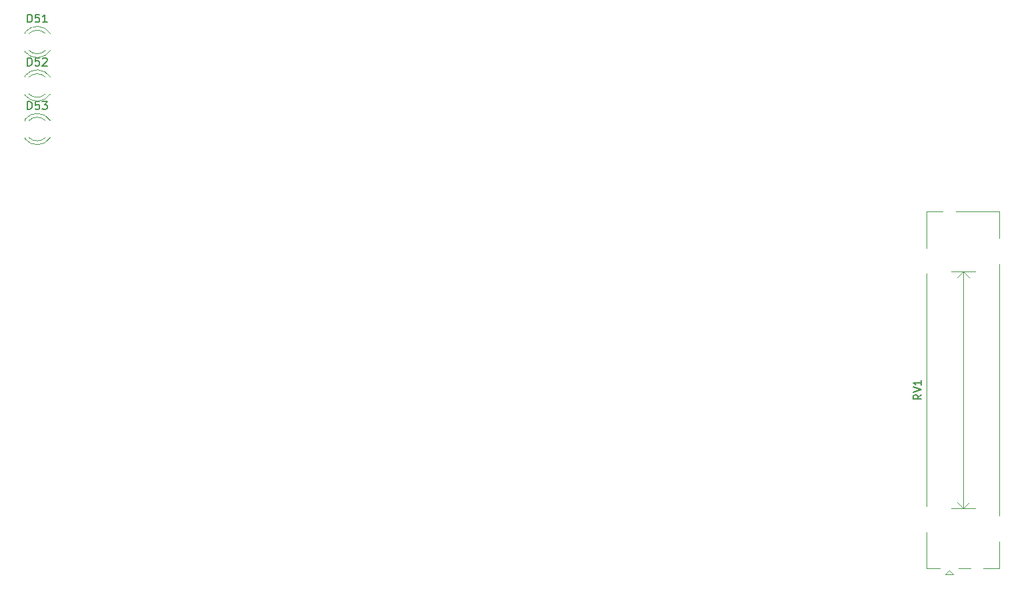
<source format=gto>
G04 #@! TF.GenerationSoftware,KiCad,Pcbnew,(5.1.4-0)*
G04 #@! TF.CreationDate,2021-03-11T23:16:50-05:00*
G04 #@! TF.ProjectId,V4N4G0RTH0N,56344e34-4730-4525-9448-304e2e6b6963,rev?*
G04 #@! TF.SameCoordinates,Original*
G04 #@! TF.FileFunction,Legend,Top*
G04 #@! TF.FilePolarity,Positive*
%FSLAX46Y46*%
G04 Gerber Fmt 4.6, Leading zero omitted, Abs format (unit mm)*
G04 Created by KiCad (PCBNEW (5.1.4-0)) date 2021-03-11 23:16:50*
%MOMM*%
%LPD*%
G04 APERTURE LIST*
%ADD10C,0.120000*%
%ADD11C,0.150000*%
%ADD12C,1.852000*%
%ADD13C,4.089800*%
%ADD14C,2.802000*%
%ADD15R,1.852000X1.852000*%
%ADD16C,3.150000*%
%ADD17C,0.752000*%
%ADD18O,1.102000X2.202000*%
%ADD19O,1.102000X1.702000*%
%ADD20C,1.902000*%
%ADD21R,1.902000X1.902000*%
G04 APERTURE END LIST*
D10*
X145256250Y-60881250D02*
X146006250Y-61631250D01*
X144506250Y-61631250D02*
X145256250Y-60881250D01*
X143756250Y-60881250D02*
X146756250Y-60881250D01*
X145256250Y-90881250D02*
X146006250Y-90131250D01*
X144506250Y-90131250D02*
X145256250Y-90881250D01*
X143756250Y-90881250D02*
X146756250Y-90881250D01*
X145256250Y-90881250D02*
X145256250Y-60881250D01*
X144006250Y-99306250D02*
X143506250Y-98806250D01*
X143006250Y-99306250D02*
X144006250Y-99306250D01*
X143506250Y-98806250D02*
X143006250Y-99306250D01*
X144329250Y-53261250D02*
X149876250Y-53261250D01*
X140636250Y-53261250D02*
X142683250Y-53261250D01*
X147829250Y-98501250D02*
X149876250Y-98501250D01*
X144681250Y-98501250D02*
X146184250Y-98501250D01*
X140636250Y-98501250D02*
X142331250Y-98501250D01*
X149876250Y-56645250D02*
X149876250Y-53261250D01*
X149876250Y-91845250D02*
X149876250Y-59916250D01*
X149876250Y-98501250D02*
X149876250Y-95116250D01*
X140636250Y-57845250D02*
X140636250Y-53261250D01*
X140636250Y-90645250D02*
X140636250Y-61116250D01*
X140636250Y-98501250D02*
X140636250Y-93916250D01*
X26253000Y-43847000D02*
X26253000Y-44003000D01*
X26253000Y-41531000D02*
X26253000Y-41687000D01*
X28854130Y-43846837D02*
G75*
G02X26772039Y-43847000I-1041130J1079837D01*
G01*
X28854130Y-41687163D02*
G75*
G03X26772039Y-41687000I-1041130J-1079837D01*
G01*
X29485335Y-43845608D02*
G75*
G02X26253000Y-44002516I-1672335J1078608D01*
G01*
X29485335Y-41688392D02*
G75*
G03X26253000Y-41531484I-1672335J-1078608D01*
G01*
X26253000Y-38322000D02*
X26253000Y-38478000D01*
X26253000Y-36006000D02*
X26253000Y-36162000D01*
X28854130Y-38321837D02*
G75*
G02X26772039Y-38322000I-1041130J1079837D01*
G01*
X28854130Y-36162163D02*
G75*
G03X26772039Y-36162000I-1041130J-1079837D01*
G01*
X29485335Y-38320608D02*
G75*
G02X26253000Y-38477516I-1672335J1078608D01*
G01*
X29485335Y-36163392D02*
G75*
G03X26253000Y-36006484I-1672335J-1078608D01*
G01*
X26253000Y-32797000D02*
X26253000Y-32953000D01*
X26253000Y-30481000D02*
X26253000Y-30637000D01*
X28854130Y-32796837D02*
G75*
G02X26772039Y-32797000I-1041130J1079837D01*
G01*
X28854130Y-30637163D02*
G75*
G03X26772039Y-30637000I-1041130J-1079837D01*
G01*
X29485335Y-32795608D02*
G75*
G02X26253000Y-32952516I-1672335J1078608D01*
G01*
X29485335Y-30638392D02*
G75*
G03X26253000Y-30481484I-1672335J-1078608D01*
G01*
D11*
X139958630Y-76476488D02*
X139482440Y-76809821D01*
X139958630Y-77047916D02*
X138958630Y-77047916D01*
X138958630Y-76666964D01*
X139006250Y-76571726D01*
X139053869Y-76524107D01*
X139149107Y-76476488D01*
X139291964Y-76476488D01*
X139387202Y-76524107D01*
X139434821Y-76571726D01*
X139482440Y-76666964D01*
X139482440Y-77047916D01*
X138958630Y-76190773D02*
X139958630Y-75857440D01*
X138958630Y-75524107D01*
X139958630Y-74666964D02*
X139958630Y-75238392D01*
X139958630Y-74952678D02*
X138958630Y-74952678D01*
X139101488Y-75047916D01*
X139196726Y-75143154D01*
X139244345Y-75238392D01*
X26598714Y-40259380D02*
X26598714Y-39259380D01*
X26836809Y-39259380D01*
X26979666Y-39307000D01*
X27074904Y-39402238D01*
X27122523Y-39497476D01*
X27170142Y-39687952D01*
X27170142Y-39830809D01*
X27122523Y-40021285D01*
X27074904Y-40116523D01*
X26979666Y-40211761D01*
X26836809Y-40259380D01*
X26598714Y-40259380D01*
X28074904Y-39259380D02*
X27598714Y-39259380D01*
X27551095Y-39735571D01*
X27598714Y-39687952D01*
X27693952Y-39640333D01*
X27932047Y-39640333D01*
X28027285Y-39687952D01*
X28074904Y-39735571D01*
X28122523Y-39830809D01*
X28122523Y-40068904D01*
X28074904Y-40164142D01*
X28027285Y-40211761D01*
X27932047Y-40259380D01*
X27693952Y-40259380D01*
X27598714Y-40211761D01*
X27551095Y-40164142D01*
X28455857Y-39259380D02*
X29074904Y-39259380D01*
X28741571Y-39640333D01*
X28884428Y-39640333D01*
X28979666Y-39687952D01*
X29027285Y-39735571D01*
X29074904Y-39830809D01*
X29074904Y-40068904D01*
X29027285Y-40164142D01*
X28979666Y-40211761D01*
X28884428Y-40259380D01*
X28598714Y-40259380D01*
X28503476Y-40211761D01*
X28455857Y-40164142D01*
X26598714Y-34734380D02*
X26598714Y-33734380D01*
X26836809Y-33734380D01*
X26979666Y-33782000D01*
X27074904Y-33877238D01*
X27122523Y-33972476D01*
X27170142Y-34162952D01*
X27170142Y-34305809D01*
X27122523Y-34496285D01*
X27074904Y-34591523D01*
X26979666Y-34686761D01*
X26836809Y-34734380D01*
X26598714Y-34734380D01*
X28074904Y-33734380D02*
X27598714Y-33734380D01*
X27551095Y-34210571D01*
X27598714Y-34162952D01*
X27693952Y-34115333D01*
X27932047Y-34115333D01*
X28027285Y-34162952D01*
X28074904Y-34210571D01*
X28122523Y-34305809D01*
X28122523Y-34543904D01*
X28074904Y-34639142D01*
X28027285Y-34686761D01*
X27932047Y-34734380D01*
X27693952Y-34734380D01*
X27598714Y-34686761D01*
X27551095Y-34639142D01*
X28503476Y-33829619D02*
X28551095Y-33782000D01*
X28646333Y-33734380D01*
X28884428Y-33734380D01*
X28979666Y-33782000D01*
X29027285Y-33829619D01*
X29074904Y-33924857D01*
X29074904Y-34020095D01*
X29027285Y-34162952D01*
X28455857Y-34734380D01*
X29074904Y-34734380D01*
X26598714Y-29209380D02*
X26598714Y-28209380D01*
X26836809Y-28209380D01*
X26979666Y-28257000D01*
X27074904Y-28352238D01*
X27122523Y-28447476D01*
X27170142Y-28637952D01*
X27170142Y-28780809D01*
X27122523Y-28971285D01*
X27074904Y-29066523D01*
X26979666Y-29161761D01*
X26836809Y-29209380D01*
X26598714Y-29209380D01*
X28074904Y-28209380D02*
X27598714Y-28209380D01*
X27551095Y-28685571D01*
X27598714Y-28637952D01*
X27693952Y-28590333D01*
X27932047Y-28590333D01*
X28027285Y-28637952D01*
X28074904Y-28685571D01*
X28122523Y-28780809D01*
X28122523Y-29018904D01*
X28074904Y-29114142D01*
X28027285Y-29161761D01*
X27932047Y-29209380D01*
X27693952Y-29209380D01*
X27598714Y-29161761D01*
X27551095Y-29114142D01*
X29074904Y-29209380D02*
X28503476Y-29209380D01*
X28789190Y-29209380D02*
X28789190Y-28209380D01*
X28693952Y-28352238D01*
X28598714Y-28447476D01*
X28503476Y-28495095D01*
%LPC*%
D12*
X47942500Y-38100000D03*
X37782500Y-38100000D03*
D13*
X42862500Y-38100000D03*
D12*
X66992500Y-38100000D03*
X56832500Y-38100000D03*
D13*
X61912500Y-38100000D03*
D12*
X86042500Y-38100000D03*
X75882500Y-38100000D03*
D13*
X80962500Y-38100000D03*
D12*
X105092500Y-38100000D03*
X94932500Y-38100000D03*
D13*
X100012500Y-38100000D03*
D12*
X124142500Y-38100000D03*
X113982500Y-38100000D03*
D13*
X119062500Y-38100000D03*
D12*
X38417500Y-57150000D03*
X28257500Y-57150000D03*
D13*
X33337500Y-57150000D03*
D12*
X57467500Y-57150000D03*
X47307500Y-57150000D03*
D13*
X52387500Y-57150000D03*
D12*
X76517500Y-57150000D03*
X66357500Y-57150000D03*
D13*
X71437500Y-57150000D03*
D12*
X95567500Y-57150000D03*
X85407500Y-57150000D03*
D13*
X90487500Y-57150000D03*
D12*
X114617500Y-57150000D03*
X104457500Y-57150000D03*
D13*
X109537500Y-57150000D03*
D12*
X133667500Y-57150000D03*
X123507500Y-57150000D03*
D13*
X128587500Y-57150000D03*
D12*
X167005000Y-57150000D03*
X156845000Y-57150000D03*
D13*
X161925000Y-57150000D03*
D12*
X186055000Y-57150000D03*
X175895000Y-57150000D03*
D13*
X180975000Y-57150000D03*
D12*
X205105000Y-57150000D03*
X194945000Y-57150000D03*
D13*
X200025000Y-57150000D03*
D12*
X224155000Y-57150000D03*
X213995000Y-57150000D03*
D13*
X219075000Y-57150000D03*
D12*
X243205000Y-57150000D03*
X233045000Y-57150000D03*
D13*
X238125000Y-57150000D03*
D12*
X262255000Y-57150000D03*
X252095000Y-57150000D03*
D13*
X257175000Y-57150000D03*
D12*
X38417500Y-76200000D03*
X28257500Y-76200000D03*
D13*
X33337500Y-76200000D03*
D12*
X57467500Y-76200000D03*
X47307500Y-76200000D03*
D13*
X52387500Y-76200000D03*
D12*
X76517500Y-76200000D03*
X66357500Y-76200000D03*
D13*
X71437500Y-76200000D03*
D12*
X95567500Y-76200000D03*
X85407500Y-76200000D03*
D13*
X90487500Y-76200000D03*
D12*
X114617500Y-76200000D03*
X104457500Y-76200000D03*
D13*
X109537500Y-76200000D03*
D12*
X133667500Y-76200000D03*
X123507500Y-76200000D03*
D13*
X128587500Y-76200000D03*
D12*
X167005000Y-76200000D03*
X156845000Y-76200000D03*
D13*
X161925000Y-76200000D03*
D12*
X186055000Y-76200000D03*
X175895000Y-76200000D03*
D13*
X180975000Y-76200000D03*
D12*
X205105000Y-76200000D03*
X194945000Y-76200000D03*
D13*
X200025000Y-76200000D03*
D12*
X224155000Y-76200000D03*
X213995000Y-76200000D03*
D13*
X219075000Y-76200000D03*
D12*
X243205000Y-76200000D03*
X233045000Y-76200000D03*
D13*
X238125000Y-76200000D03*
D12*
X262255000Y-76200000D03*
X252095000Y-76200000D03*
D13*
X257175000Y-76200000D03*
D12*
X38417500Y-95250000D03*
X28257500Y-95250000D03*
D13*
X33337500Y-95250000D03*
D12*
X57467500Y-95250000D03*
X47307500Y-95250000D03*
D13*
X52387500Y-95250000D03*
D12*
X76517500Y-95250000D03*
X66357500Y-95250000D03*
D13*
X71437500Y-95250000D03*
D12*
X95567500Y-95250000D03*
X85407500Y-95250000D03*
D13*
X90487500Y-95250000D03*
D12*
X114617500Y-95250000D03*
X104457500Y-95250000D03*
D13*
X109537500Y-95250000D03*
D12*
X133667500Y-95250000D03*
X123507500Y-95250000D03*
D13*
X128587500Y-95250000D03*
D12*
X167005000Y-95250000D03*
X156845000Y-95250000D03*
D13*
X161925000Y-95250000D03*
D12*
X186055000Y-95250000D03*
X175895000Y-95250000D03*
D13*
X180975000Y-95250000D03*
D12*
X205105000Y-95250000D03*
X194945000Y-95250000D03*
D13*
X200025000Y-95250000D03*
D12*
X243205000Y-95250000D03*
X233045000Y-95250000D03*
D13*
X238125000Y-95250000D03*
D12*
X262255000Y-95250000D03*
X252095000Y-95250000D03*
D13*
X257175000Y-95250000D03*
D12*
X38417500Y-114300000D03*
X28257500Y-114300000D03*
D13*
X33337500Y-114300000D03*
D12*
X57467500Y-114300000D03*
X47307500Y-114300000D03*
D13*
X52387500Y-114300000D03*
D12*
X76517500Y-114300000D03*
X66357500Y-114300000D03*
D13*
X71437500Y-114300000D03*
D12*
X224155000Y-114300000D03*
X213995000Y-114300000D03*
D13*
X219075000Y-114300000D03*
D12*
X243205000Y-114300000D03*
X233045000Y-114300000D03*
D13*
X238125000Y-114300000D03*
D12*
X224155000Y-95200399D03*
X213995000Y-95200399D03*
D13*
X219075000Y-95200399D03*
D12*
X262255000Y-114300000D03*
X252095000Y-114300000D03*
D13*
X257175000Y-114300000D03*
D12*
X143192500Y-38100000D03*
X133032500Y-38100000D03*
D13*
X138112500Y-38100000D03*
D14*
X149456250Y-58281250D03*
X149456250Y-93481250D03*
X141056250Y-59481250D03*
X141056250Y-92281250D03*
D12*
X143506250Y-54131250D03*
X147006250Y-97631250D03*
D15*
X143506250Y-97631250D03*
D13*
X128587500Y-106045000D03*
X90487500Y-106045000D03*
D16*
X128587500Y-121285000D03*
X90487500Y-121285000D03*
D12*
X114617500Y-114300000D03*
X104457500Y-114300000D03*
D13*
X109537500Y-114300000D03*
D17*
X55214000Y-31777000D03*
X49434000Y-31777000D03*
D18*
X48004000Y-32307000D03*
X56644000Y-32307000D03*
D19*
X48004000Y-28127000D03*
X56644000Y-28127000D03*
D20*
X29083000Y-42767000D03*
D21*
X26543000Y-42767000D03*
D20*
X29083000Y-37242000D03*
D21*
X26543000Y-37242000D03*
D20*
X29083000Y-31717000D03*
D21*
X26543000Y-31717000D03*
D13*
X200025000Y-106045000D03*
X161925000Y-106045000D03*
D16*
X200025000Y-121285000D03*
X161925000Y-121285000D03*
D12*
X186055000Y-114300000D03*
X175895000Y-114300000D03*
D13*
X180975000Y-114300000D03*
M02*

</source>
